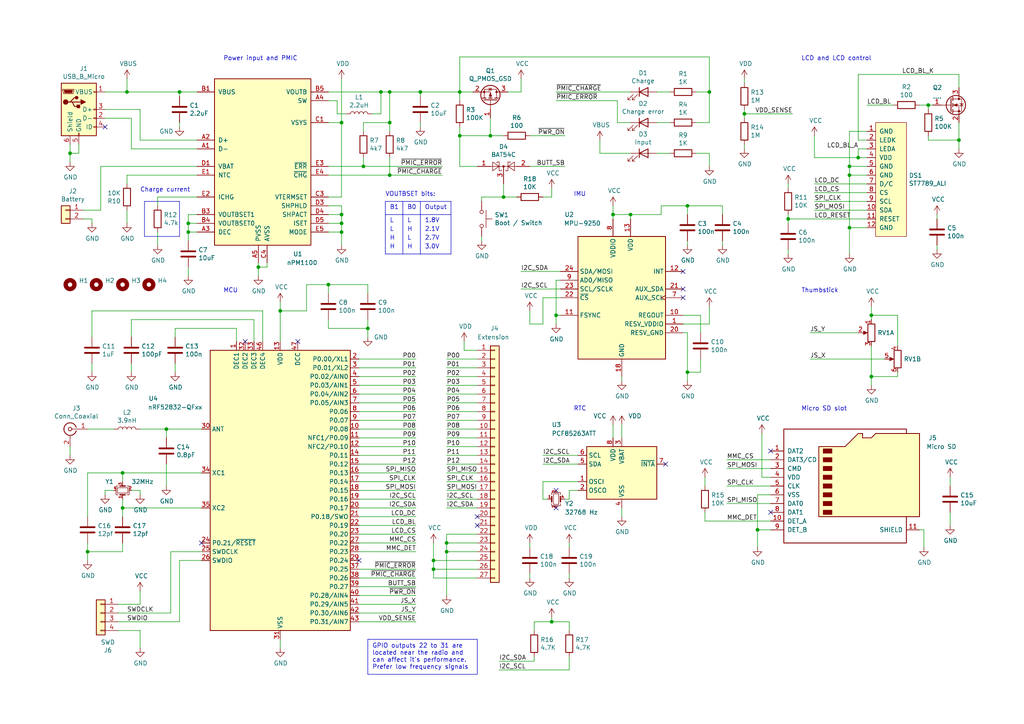
<source format=kicad_sch>
(kicad_sch (version 20231120) (generator "eeschema") (generator_version "8.0")
  (paper "A4")
  (title_block (title "CR-1") (date "2024-09-29") (rev "1.0a") (company "Cringe computers") (comment 1 "Re-exported from older Kicad file into a new repository"))
  (junction (at 129.54 160.02))
  (junction (at 99.06 35.56))
  (junction (at 129.54 157.48))
  (junction (at 99.06 64.77))
  (junction (at 133.35 26.67))
  (junction (at 54.61 67.31))
  (junction (at 278.13 40.64))
  (junction (at 52.07 26.67))
  (junction (at 146.05 57.15))
  (junction (at 133.35 39.37))
  (junction (at 252.73 109.22))
  (junction (at 113.03 35.56))
  (junction (at 99.06 67.31))
  (junction (at 113.03 26.67))
  (junction (at 74.93 77.47))
  (junction (at 215.9 33.02))
  (junction (at 246.38 50.8))
  (junction (at 110.49 26.67))
  (junction (at 35.56 137.16))
  (junction (at 161.29 91.44))
  (junction (at 177.8 62.23))
  (junction (at 99.06 62.23))
  (junction (at 160.02 180.34))
  (junction (at 48.26 124.46))
  (junction (at 219.71 153.67))
  (junction (at 113.03 50.8))
  (junction (at 106.68 95.25))
  (junction (at 20.32 44.45))
  (junction (at 248.92 45.72))
  (junction (at 252.73 91.44))
  (junction (at 269.24 30.48))
  (junction (at 246.38 48.26))
  (junction (at 228.6 63.5))
  (junction (at 199.39 107.95))
  (junction (at 25.4 160.02))
  (junction (at 142.24 39.37))
  (junction (at 121.92 26.67))
  (junction (at 205.74 26.67))
  (junction (at 125.73 162.56))
  (junction (at 182.88 62.23))
  (junction (at 199.39 59.69))
  (junction (at 54.61 64.77))
  (junction (at 125.73 165.1))
  (junction (at 105.41 48.26))
  (junction (at 36.83 26.67))
  (junction (at 35.56 147.32))
  (junction (at 81.28 90.17))
  (junction (at 95.25 82.55))
  (junction (at 246.38 66.04))
  (no_connect (at 30.48 36.83))
  (no_connect (at 223.52 148.59))
  (no_connect (at 161.29 142.24))
  (no_connect (at 223.52 130.81))
  (no_connect (at 86.36 99.06))
  (no_connect (at 138.43 152.4))
  (no_connect (at 71.12 99.06))
  (no_connect (at 198.12 86.36))
  (no_connect (at 138.43 149.86))
  (no_connect (at 58.42 157.48))
  (no_connect (at 104.14 162.56))
  (no_connect (at 198.12 78.74))
  (no_connect (at 161.29 147.32))
  (no_connect (at 193.04 134.62))
  (no_connect (at 198.12 83.82))
  (wire (pts (xy 278.13 25.4) (xy 278.13 21.59)))
  (wire (pts (xy 180.34 123.19) (xy 180.34 127)))
  (wire (pts (xy 161.29 91.44) (xy 161.29 81.28)))
  (wire (pts (xy 138.43 101.6) (xy 134.62 101.6)))
  (wire (pts (xy 113.03 35.56) (xy 113.03 38.1)))
  (wire (pts (xy 36.83 26.67) (xy 52.07 26.67)))
  (wire (pts (xy 99.06 22.86) (xy 99.06 35.56)))
  (wire (pts (xy 35.56 139.7) (xy 35.56 137.16)))
  (wire (pts (xy 29.21 48.26) (xy 29.21 60.96)))
  (wire (pts (xy 153.67 39.37) (xy 163.83 39.37)))
  (wire (pts (xy 246.38 48.26) (xy 246.38 50.8)))
  (wire (pts (xy 49.53 160.02) (xy 58.42 160.02)))
  (wire (pts (xy 138.43 139.7) (xy 129.54 139.7)))
  (wire (pts (xy 121.92 36.83) (xy 121.92 35.56)))
  (wire (pts (xy 113.03 50.8) (xy 128.27 50.8)))
  (wire (pts (xy 129.54 160.02) (xy 129.54 172.72)))
  (wire (pts (xy 20.32 46.99) (xy 20.32 44.45)))
  (wire (pts (xy 177.8 62.23) (xy 177.8 63.5)))
  (wire (pts (xy 138.43 119.38) (xy 129.54 119.38)))
  (wire (pts (xy 58.42 147.32) (xy 35.56 147.32)))
  (wire (pts (xy 104.14 152.4) (xy 120.65 152.4)))
  (wire (pts (xy 154.94 191.77) (xy 154.94 190.5)))
  (wire (pts (xy 125.73 157.48) (xy 125.73 162.56)))
  (polyline (pts (xy 52.07 58.42) (xy 41.91 58.42)))
  (wire (pts (xy 81.28 87.63) (xy 81.28 90.17)))
  (wire (pts (xy 95.25 48.26) (xy 105.41 48.26)))
  (wire (pts (xy 177.8 59.69) (xy 177.8 62.23)))
  (wire (pts (xy 248.92 43.18) (xy 248.92 45.72)))
  (wire (pts (xy 29.21 48.26) (xy 57.15 48.26)))
  (wire (pts (xy 34.29 180.34) (xy 52.07 180.34)))
  (wire (pts (xy 48.26 140.97) (xy 48.26 134.62)))
  (wire (pts (xy 146.05 57.15) (xy 146.05 53.34)))
  (wire (pts (xy 76.2 90.17) (xy 76.2 99.06)))
  (wire (pts (xy 30.48 143.51) (xy 30.48 142.24)))
  (wire (pts (xy 50.8 97.79) (xy 50.8 95.25)))
  (wire (pts (xy 138.43 165.1) (xy 125.73 165.1)))
  (wire (pts (xy 138.43 167.64) (xy 125.73 167.64)))
  (wire (pts (xy 180.34 110.49) (xy 180.34 109.22)))
  (wire (pts (xy 246.38 73.66) (xy 246.38 66.04)))
  (wire (pts (xy 138.43 147.32) (xy 129.54 147.32)))
  (wire (pts (xy 97.79 33.02) (xy 97.79 29.21)))
  (wire (pts (xy 215.9 33.02) (xy 229.87 33.02)))
  (wire (pts (xy 165.1 167.64) (xy 165.1 166.37)))
  (wire (pts (xy 95.25 26.67) (xy 110.49 26.67)))
  (wire (pts (xy 251.46 43.18) (xy 248.92 43.18)))
  (wire (pts (xy 236.22 60.96) (xy 251.46 60.96)))
  (wire (pts (xy 30.48 142.24) (xy 33.02 142.24)))
  (wire (pts (xy 104.14 132.08) (xy 120.65 132.08)))
  (wire (pts (xy 40.64 171.45) (xy 40.64 175.26)))
  (wire (pts (xy 38.1 43.18) (xy 38.1 34.29)))
  (wire (pts (xy 138.43 116.84) (xy 129.54 116.84)))
  (wire (pts (xy 25.4 137.16) (xy 25.4 149.86)))
  (wire (pts (xy 104.14 172.72) (xy 120.65 172.72)))
  (polyline (pts (xy 41.91 58.42) (xy 41.91 68.58)))
  (wire (pts (xy 204.47 148.59) (xy 204.47 151.13)))
  (wire (pts (xy 113.03 26.67) (xy 113.03 35.56)))
  (wire (pts (xy 40.64 142.24) (xy 38.1 142.24)))
  (wire (pts (xy 57.15 64.77) (xy 54.61 64.77)))
  (wire (pts (xy 252.73 88.9) (xy 252.73 91.44)))
  (wire (pts (xy 120.65 177.8) (xy 104.14 177.8)))
  (wire (pts (xy 260.35 100.33) (xy 260.35 91.44)))
  (wire (pts (xy 58.42 162.56) (xy 52.07 162.56)))
  (wire (pts (xy 138.43 127) (xy 129.54 127)))
  (wire (pts (xy 138.43 134.62) (xy 129.54 134.62)))
  (wire (pts (xy 138.43 121.92) (xy 129.54 121.92)))
  (wire (pts (xy 153.67 157.48) (xy 153.67 158.75)))
  (wire (pts (xy 173.99 44.45) (xy 173.99 40.64)))
  (wire (pts (xy 248.92 45.72) (xy 251.46 45.72)))
  (wire (pts (xy 77.47 77.47) (xy 77.47 76.2)))
  (wire (pts (xy 219.71 153.67) (xy 219.71 143.51)))
  (wire (pts (xy 99.06 59.69) (xy 95.25 59.69)))
  (wire (pts (xy 160.02 54.61) (xy 160.02 57.15)))
  (wire (pts (xy 228.6 64.77) (xy 228.6 63.5)))
  (wire (pts (xy 220.98 138.43) (xy 223.52 138.43)))
  (wire (pts (xy 220.98 125.73) (xy 220.98 138.43)))
  (polyline (pts (xy 138.43 195.58) (xy 106.68 195.58)) (stroke (width 0) (type solid)))
  (wire (pts (xy 54.61 69.85) (xy 54.61 67.31)))
  (wire (pts (xy 228.6 73.66) (xy 228.6 72.39)))
  (wire (pts (xy 104.14 109.22) (xy 120.65 109.22)))
  (wire (pts (xy 149.86 57.15) (xy 146.05 57.15)))
  (wire (pts (xy 26.67 107.95) (xy 26.67 105.41)))
  (wire (pts (xy 35.56 147.32) (xy 35.56 149.86)))
  (wire (pts (xy 190.5 26.67) (xy 194.31 26.67)))
  (wire (pts (xy 209.55 62.23) (xy 209.55 59.69)))
  (wire (pts (xy 29.21 60.96) (xy 24.13 60.96)))
  (wire (pts (xy 38.1 92.71) (xy 73.66 92.71)))
  (wire (pts (xy 210.82 135.89) (xy 223.52 135.89)))
  (wire (pts (xy 40.64 175.26) (xy 34.29 175.26)))
  (wire (pts (xy 104.14 160.02) (xy 120.65 160.02)))
  (wire (pts (xy 157.48 93.98) (xy 157.48 86.36)))
  (wire (pts (xy 199.39 110.49) (xy 199.39 107.95)))
  (wire (pts (xy 35.56 160.02) (xy 35.56 157.48)))
  (wire (pts (xy 205.74 88.9) (xy 205.74 93.98)))
  (wire (pts (xy 209.55 59.69) (xy 199.39 59.69)))
  (wire (pts (xy 22.86 44.45) (xy 20.32 44.45)))
  (wire (pts (xy 138.43 111.76) (xy 129.54 111.76)))
  (wire (pts (xy 138.43 104.14) (xy 129.54 104.14)))
  (wire (pts (xy 104.14 157.48) (xy 120.65 157.48)))
  (wire (pts (xy 248.92 40.64) (xy 248.92 21.59)))
  (wire (pts (xy 95.25 50.8) (xy 113.03 50.8)))
  (wire (pts (xy 182.88 44.45) (xy 173.99 44.45)))
  (wire (pts (xy 160.02 180.34) (xy 165.1 180.34)))
  (wire (pts (xy 138.43 132.08) (xy 129.54 132.08)))
  (wire (pts (xy 278.13 40.64) (xy 278.13 35.56)))
  (wire (pts (xy 25.4 160.02) (xy 35.56 160.02)))
  (wire (pts (xy 167.64 142.24) (xy 165.1 142.24)))
  (wire (pts (xy 209.55 71.12) (xy 209.55 69.85)))
  (wire (pts (xy 223.52 153.67) (xy 219.71 153.67)))
  (wire (pts (xy 269.24 39.37) (xy 269.24 40.64)))
  (wire (pts (xy 161.29 93.98) (xy 161.29 91.44)))
  (wire (pts (xy 203.2 104.14) (xy 203.2 107.95)))
  (wire (pts (xy 120.65 147.32) (xy 104.14 147.32)))
  (wire (pts (xy 74.93 77.47) (xy 77.47 77.47)))
  (wire (pts (xy 157.48 134.62) (xy 167.64 134.62)))
  (wire (pts (xy 160.02 179.07) (xy 160.02 180.34)))
  (wire (pts (xy 26.67 97.79) (xy 26.67 90.17)))
  (wire (pts (xy 194.31 35.56) (xy 190.5 35.56)))
  (wire (pts (xy 99.06 64.77) (xy 99.06 62.23)))
  (wire (pts (xy 25.4 160.02) (xy 25.4 157.48)))
  (wire (pts (xy 162.56 78.74) (xy 151.13 78.74)))
  (wire (pts (xy 160.02 180.34) (xy 154.94 180.34)))
  (wire (pts (xy 68.58 95.25) (xy 68.58 99.06)))
  (wire (pts (xy 256.54 104.14) (xy 234.95 104.14)))
  (wire (pts (xy 215.9 34.29) (xy 215.9 33.02)))
  (wire (pts (xy 99.06 67.31) (xy 99.06 64.77)))
  (wire (pts (xy 81.28 90.17) (xy 88.9 90.17)))
  (wire (pts (xy 104.14 134.62) (xy 120.65 134.62)))
  (wire (pts (xy 161.29 91.44) (xy 162.56 91.44)))
  (wire (pts (xy 104.14 124.46) (xy 120.65 124.46)))
  (wire (pts (xy 40.64 143.51) (xy 40.64 142.24)))
  (wire (pts (xy 252.73 109.22) (xy 260.35 109.22)))
  (wire (pts (xy 35.56 147.32) (xy 35.56 144.78)))
  (wire (pts (xy 133.35 29.21) (xy 133.35 26.67)))
  (wire (pts (xy 25.4 162.56) (xy 25.4 160.02)))
  (wire (pts (xy 24.13 63.5) (xy 26.67 63.5)))
  (wire (pts (xy 50.8 95.25) (xy 68.58 95.25)))
  (wire (pts (xy 104.14 121.92) (xy 120.65 121.92)))
  (wire (pts (xy 203.2 91.44) (xy 203.2 96.52)))
  (wire (pts (xy 40.64 187.96) (xy 40.64 182.88)))
  (wire (pts (xy 269.24 40.64) (xy 278.13 40.64)))
  (wire (pts (xy 153.67 93.98) (xy 153.67 90.17)))
  (wire (pts (xy 138.43 106.68) (xy 129.54 106.68)))
  (wire (pts (xy 246.38 48.26) (xy 246.38 38.1)))
  (wire (pts (xy 210.82 133.35) (xy 223.52 133.35)))
  (wire (pts (xy 167.64 132.08) (xy 157.48 132.08)))
  (wire (pts (xy 267.97 153.67) (xy 266.7 153.67)))
  (wire (pts (xy 161.29 29.21) (xy 179.07 29.21)))
  (wire (pts (xy 157.48 86.36) (xy 162.56 86.36)))
  (wire (pts (xy 138.43 162.56) (xy 125.73 162.56)))
  (polyline (pts (xy 121.92 58.42) (xy 121.92 73.66)) (stroke (width 0) (type solid)))
  (wire (pts (xy 129.54 154.94) (xy 129.54 157.48)))
  (wire (pts (xy 104.14 144.78) (xy 120.65 144.78)))
  (wire (pts (xy 161.29 26.67) (xy 182.88 26.67)))
  (wire (pts (xy 142.24 34.29) (xy 142.24 39.37)))
  (wire (pts (xy 139.7 57.15) (xy 146.05 57.15)))
  (wire (pts (xy 99.06 57.15) (xy 99.06 35.56)))
  (wire (pts (xy 269.24 30.48) (xy 270.51 30.48)))
  (wire (pts (xy 219.71 158.75) (xy 219.71 153.67)))
  (wire (pts (xy 52.07 27.94) (xy 52.07 26.67)))
  (wire (pts (xy 104.14 104.14) (xy 120.65 104.14)))
  (wire (pts (xy 104.14 167.64) (xy 120.65 167.64)))
  (wire (pts (xy 48.26 124.46) (xy 58.42 124.46)))
  (wire (pts (xy 99.06 71.12) (xy 99.06 67.31)))
  (wire (pts (xy 133.35 16.51) (xy 133.35 26.67)))
  (wire (pts (xy 106.68 95.25) (xy 95.25 95.25)))
  (wire (pts (xy 125.73 167.64) (xy 125.73 165.1)))
  (wire (pts (xy 133.35 48.26) (xy 133.35 39.37)))
  (wire (pts (xy 142.24 39.37) (xy 146.05 39.37)))
  (wire (pts (xy 165.1 144.78) (xy 163.83 144.78)))
  (wire (pts (xy 40.64 182.88) (xy 34.29 182.88)))
  (wire (pts (xy 162.56 83.82) (xy 151.13 83.82)))
  (wire (pts (xy 110.49 26.67) (xy 113.03 26.67)))
  (wire (pts (xy 36.83 64.77) (xy 36.83 60.96)))
  (wire (pts (xy 104.14 175.26) (xy 120.65 175.26)))
  (wire (pts (xy 45.72 59.69) (xy 45.72 57.15)))
  (polyline (pts (xy 41.91 68.58) (xy 52.07 68.58)))
  (wire (pts (xy 260.35 91.44) (xy 252.73 91.44)))
  (polyline (pts (xy 130.81 73.66) (xy 130.81 58.42)) (stroke (width 0) (type solid)))
  (polyline (pts (xy 111.76 58.42) (xy 111.76 73.66)) (stroke (width 0) (type solid)))
  (wire (pts (xy 25.4 124.46) (xy 33.02 124.46)))
  (wire (pts (xy 40.64 31.75) (xy 40.64 40.64)))
  (wire (pts (xy 20.32 44.45) (xy 20.32 41.91)))
  (wire (pts (xy 81.28 187.96) (xy 81.28 185.42)))
  (wire (pts (xy 38.1 43.18) (xy 57.15 43.18)))
  (wire (pts (xy 158.75 144.78) (xy 157.48 144.78)))
  (wire (pts (xy 259.08 30.48) (xy 251.46 30.48)))
  (polyline (pts (xy 111.76 62.23) (xy 130.81 62.23)) (stroke (width 0) (type solid)))
  (wire (pts (xy 236.22 55.88) (xy 251.46 55.88)))
  (wire (pts (xy 22.86 41.91) (xy 22.86 44.45)))
  (wire (pts (xy 278.13 43.18) (xy 278.13 40.64)))
  (wire (pts (xy 104.14 119.38) (xy 120.65 119.38)))
  (wire (pts (xy 110.49 33.02) (xy 110.49 26.67)))
  (wire (pts (xy 133.35 26.67) (xy 137.16 26.67)))
  (wire (pts (xy 205.74 35.56) (xy 205.74 26.67)))
  (wire (pts (xy 104.14 165.1) (xy 120.65 165.1)))
  (wire (pts (xy 120.65 170.18) (xy 104.14 170.18)))
  (wire (pts (xy 179.07 35.56) (xy 182.88 35.56)))
  (wire (pts (xy 121.92 27.94) (xy 121.92 26.67)))
  (wire (pts (xy 205.74 44.45) (xy 201.93 44.45)))
  (wire (pts (xy 30.48 31.75) (xy 40.64 31.75)))
  (wire (pts (xy 57.15 62.23) (xy 54.61 62.23)))
  (wire (pts (xy 105.41 45.72) (xy 105.41 48.26)))
  (wire (pts (xy 34.29 177.8) (xy 49.53 177.8)))
  (wire (pts (xy 165.1 180.34) (xy 165.1 182.88)))
  (wire (pts (xy 38.1 34.29) (xy 30.48 34.29)))
  (wire (pts (xy 165.1 194.31) (xy 165.1 190.5)))
  (wire (pts (xy 95.25 64.77) (xy 99.06 64.77)))
  (wire (pts (xy 199.39 59.69) (xy 191.77 59.69)))
  (wire (pts (xy 25.4 137.16) (xy 35.56 137.16)))
  (wire (pts (xy 40.64 40.64) (xy 57.15 40.64)))
  (wire (pts (xy 54.61 80.01) (xy 54.61 77.47)))
  (wire (pts (xy 104.14 114.3) (xy 120.65 114.3)))
  (wire (pts (xy 104.14 139.7) (xy 120.65 139.7)))
  (wire (pts (xy 48.26 127) (xy 48.26 124.46)))
  (polyline (pts (xy 138.43 185.42) (xy 138.43 195.58)) (stroke (width 0) (type solid)))
  (wire (pts (xy 191.77 62.23) (xy 182.88 62.23)))
  (wire (pts (xy 199.39 96.52) (xy 198.12 96.52)))
  (wire (pts (xy 88.9 82.55) (xy 95.25 82.55)))
  (polyline (pts (xy 52.07 68.58) (xy 52.07 58.42)))
  (wire (pts (xy 138.43 144.78) (xy 129.54 144.78)))
  (wire (pts (xy 138.43 129.54) (xy 129.54 129.54)))
  (wire (pts (xy 113.03 26.67) (xy 121.92 26.67)))
  (wire (pts (xy 26.67 63.5) (xy 26.67 64.77)))
  (wire (pts (xy 88.9 90.17) (xy 88.9 82.55)))
  (wire (pts (xy 95.25 62.23) (xy 99.06 62.23)))
  (wire (pts (xy 95.25 57.15) (xy 99.06 57.15)))
  (wire (pts (xy 269.24 31.75) (xy 269.24 30.48)))
  (wire (pts (xy 139.7 58.42) (xy 139.7 57.15)))
  (wire (pts (xy 205.74 26.67) (xy 201.93 26.67)))
  (wire (pts (xy 52.07 26.67) (xy 57.15 26.67)))
  (wire (pts (xy 236.22 39.37) (xy 236.22 45.72)))
  (wire (pts (xy 248.92 21.59) (xy 278.13 21.59)))
  (wire (pts (xy 215.9 43.18) (xy 215.9 41.91)))
  (wire (pts (xy 138.43 109.22) (xy 129.54 109.22)))
  (wire (pts (xy 134.62 101.6) (xy 134.62 99.06)))
  (wire (pts (xy 129.54 157.48) (xy 129.54 160.02)))
  (wire (pts (xy 252.73 109.22) (xy 252.73 100.33)))
  (wire (pts (xy 236.22 45.72) (xy 248.92 45.72)))
  (wire (pts (xy 139.7 69.85) (xy 139.7 68.58)))
  (wire (pts (xy 106.68 85.09) (xy 106.68 82.55)))
  (wire (pts (xy 157.48 139.7) (xy 157.48 144.78)))
  (wire (pts (xy 104.14 129.54) (xy 120.65 129.54)))
  (wire (pts (xy 271.78 72.39) (xy 271.78 71.12)))
  (wire (pts (xy 105.41 48.26) (xy 128.27 48.26)))
  (wire (pts (xy 153.67 167.64) (xy 153.67 166.37)))
  (polyline (pts (xy 106.68 185.42) (xy 138.43 185.42)) (stroke (width 0) (type solid)))
  (wire (pts (xy 138.43 137.16) (xy 129.54 137.16)))
  (wire (pts (xy 138.43 114.3) (xy 129.54 114.3)))
  (wire (pts (xy 199.39 71.12) (xy 199.39 69.85)))
  (wire (pts (xy 182.88 62.23) (xy 177.8 62.23)))
  (wire (pts (xy 57.15 67.31) (xy 54.61 67.31)))
  (wire (pts (xy 275.59 152.4) (xy 275.59 148.59)))
  (wire (pts (xy 182.88 63.5) (xy 182.88 62.23)))
  (wire (pts (xy 177.8 123.19) (xy 177.8 127)))
  (wire (pts (xy 36.83 22.86) (xy 36.83 26.67)))
  (wire (pts (xy 104.14 154.94) (xy 120.65 154.94)))
  (wire (pts (xy 246.38 66.04) (xy 251.46 66.04)))
  (wire (pts (xy 133.35 48.26) (xy 138.43 48.26)))
  (wire (pts (xy 49.53 177.8) (xy 49.53 160.02)))
  (wire (pts (xy 81.28 90.17) (xy 81.28 99.06)))
  (wire (pts (xy 157.48 139.7) (xy 167.64 139.7)))
  (wire (pts (xy 26.67 90.17) (xy 76.2 90.17)))
  (wire (pts (xy 74.93 80.01) (xy 74.93 77.47)))
  (wire (pts (xy 104.14 106.68) (xy 120.65 106.68)))
  (wire (pts (xy 246.38 50.8) (xy 251.46 50.8)))
  (wire (pts (xy 260.35 109.22) (xy 260.35 107.95)))
  (wire (pts (xy 180.34 149.86) (xy 180.34 147.32)))
  (wire (pts (xy 105.41 35.56) (xy 113.03 35.56)))
  (wire (pts (xy 45.72 57.15) (xy 57.15 57.15)))
  (wire (pts (xy 95.25 85.09) (xy 95.25 82.55)))
  (wire (pts (xy 205.74 16.51) (xy 205.74 26.67)))
  (wire (pts (xy 199.39 107.95) (xy 199.39 96.52)))
  (polyline (pts (xy 111.76 73.66) (xy 130.81 73.66)) (stroke (width 0) (type solid)))
  (wire (pts (xy 38.1 107.95) (xy 38.1 105.41)))
  (wire (pts (xy 215.9 22.86) (xy 215.9 24.13)))
  (wire (pts (xy 125.73 162.56) (xy 125.73 165.1)))
  (wire (pts (xy 35.56 137.16) (xy 58.42 137.16)))
  (wire (pts (xy 199.39 62.23) (xy 199.39 59.69)))
  (wire (pts (xy 54.61 67.31) (xy 54.61 64.77)))
  (wire (pts (xy 38.1 92.71) (xy 38.1 97.79)))
  (wire (pts (xy 95.25 67.31) (xy 99.06 67.31)))
  (wire (pts (xy 54.61 64.77) (xy 54.61 62.23)))
  (wire (pts (xy 121.92 26.67) (xy 133.35 26.67)))
  (wire (pts (xy 95.25 95.25) (xy 95.25 92.71)))
  (wire (pts (xy 215.9 33.02) (xy 215.9 31.75)))
  (wire (pts (xy 138.43 157.48) (xy 129.54 157.48)))
  (wire (pts (xy 52.07 162.56) (xy 52.07 180.34)))
  (wire (pts (xy 246.38 38.1) (xy 251.46 38.1)))
  (polyline (pts (xy 130.81 58.42) (xy 111.76 58.42)) (stroke (width 0) (type solid)))
  (wire (pts (xy 210.82 146.05) (xy 223.52 146.05)))
  (wire (pts (xy 95.25 35.56) (xy 99.06 35.56)))
  (wire (pts (xy 40.64 124.46) (xy 48.26 124.46)))
  (wire (pts (xy 252.73 91.44) (xy 252.73 92.71)))
  (wire (pts (xy 73.66 99.06) (xy 73.66 92.71)))
  (wire (pts (xy 251.46 48.26) (xy 246.38 48.26)))
  (wire (pts (xy 153.67 48.26) (xy 163.83 48.26)))
  (wire (pts (xy 219.71 143.51) (xy 223.52 143.51)))
  (wire (pts (xy 191.77 62.23) (xy 191.77 59.69)))
  (wire (pts (xy 204.47 151.13) (xy 223.52 151.13)))
  (wire (pts (xy 153.67 93.98) (xy 157.48 93.98)))
  (wire (pts (xy 100.33 33.02) (xy 97.79 33.02)))
  (wire (pts (xy 251.46 40.64) (xy 248.92 40.64)))
  (wire (pts (xy 228.6 53.34) (xy 228.6 54.61)))
  (wire (pts (xy 144.78 194.31) (xy 165.1 194.31)))
  (wire (pts (xy 104.14 111.76) (xy 120.65 111.76)))
  (wire (pts (xy 201.93 35.56) (xy 205.74 35.56)))
  (wire (pts (xy 198.12 91.44) (xy 203.2 91.44)))
  (wire (pts (xy 106.68 97.79) (xy 106.68 95.25)))
  (wire (pts (xy 104.14 137.16) (xy 120.65 137.16)))
  (wire (pts (xy 151.13 26.67) (xy 151.13 22.86)))
  (wire (pts (xy 74.93 77.47) (xy 74.93 76.2)))
  (polyline (pts (xy 106.68 195.58) (xy 106.68 185.42)) (stroke (width 0) (type solid)))
  (wire (pts (xy 246.38 66.04) (xy 246.38 50.8)))
  (wire (pts (xy 251.46 53.34) (xy 236.22 53.34)))
  (wire (pts (xy 275.59 138.43) (xy 275.59 140.97)))
  (wire (pts (xy 252.73 111.76) (xy 252.73 109.22)))
  (wire (pts (xy 106.68 95.25) (xy 106.68 92.71)))
  (polyline (pts (xy 116.84 58.42) (xy 116.84 73.66)) (stroke (width 0) (type solid)))
  (wire (pts (xy 104.14 127) (xy 120.65 127)))
  (wire (pts (xy 36.83 53.34) (xy 36.83 50.8)))
  (wire (pts (xy 113.03 45.72) (xy 113.03 50.8)))
  (wire (pts (xy 194.31 44.45) (xy 190.5 44.45)))
  (wire (pts (xy 105.41 38.1) (xy 105.41 35.56)))
  (wire (pts (xy 138.43 154.94) (xy 129.54 154.94)))
  (wire (pts (xy 107.95 33.02) (xy 110.49 33.02)))
  (wire (pts (xy 36.83 50.8) (xy 57.15 50.8)))
  (wire (pts (xy 271.78 62.23) (xy 271.78 63.5)))
  (wire (pts (xy 106.68 82.55) (xy 95.25 82.55)))
  (wire (pts (xy 228.6 63.5) (xy 228.6 62.23)))
  (wire (pts (xy 30.48 26.67) (xy 36.83 26.67)))
  (wire (pts (xy 205.74 16.51) (xy 133.35 16.51)))
  (wire (pts (xy 165.1 157.48) (xy 165.1 158.75)))
  (wire (pts (xy 204.47 138.43) (xy 204.47 140.97)))
  (wire (pts (xy 198.12 93.98) (xy 205.74 93.98)))
  (wire (pts (xy 154.94 191.77) (xy 144.78 191.77)))
  (wire (pts (xy 104.14 116.84) (xy 120.65 116.84)))
  (wire (pts (xy 210.82 140.97) (xy 223.52 140.97)))
  (wire (pts (xy 138.43 124.46) (xy 129.54 124.46)))
  (wire (pts (xy 133.35 36.83) (xy 133.35 39.37)))
  (wire (pts (xy 129.54 160.02) (xy 138.43 160.02)))
  (wire (pts (xy 269.24 30.48) (xy 266.7 30.48)))
  (wire (pts (xy 267.97 158.75) (xy 267.97 153.67)))
  (wire (pts (xy 165.1 142.24) (xy 165.1 144.78)))
  (wire (pts (xy 104.14 142.24) (xy 120.65 142.24)))
  (wire (pts (xy 151.13 26.67) (xy 147.32 26.67)))
  (wire (pts (xy 129.54 142.24) (xy 138.43 142.24)))
  (wire (pts (xy 52.07 36.83) (xy 52.07 35.56)))
  (wire (pts (xy 203.2 107.95) (xy 199.39 107.95)))
  (wire (pts (xy 50.8 107.95) (xy 50.8 105.41)))
  (wire (pts (xy 45.72 71.12) (xy 45.72 67.31)))
  (wire (pts (xy 248.92 96.52) (xy 234.95 96.52)))
  (wire (pts (xy 104.14 180.34) (xy 120.65 180.34)))
  (wire (pts (xy 179.07 29.21) (xy 179.07 35.56)))
  (wire (pts (xy 95.25 29.21) (xy 97.79 29.21)))
  (wire (pts (xy 251.46 63.5) (xy 228.6 63.5)))
  (wire (pts (xy 99.06 62.23) (xy 99.06 59.69)))
  (wire (pts (xy 205.74 48.26) (xy 205.74 44.45)))
  (wire (pts (xy 160.02 57.15) (xy 157.48 57.15)))
  (wire (pts (xy 20.32 132.08) (xy 20.32 129.54)))
  (wire (pts (xy 251.46 58.42) (xy 236.22 58.42)))
  (wire (pts (xy 133.35 39.37) (xy 142.24 39.37)))
  (wire (pts (xy 154.94 180.34) (xy 154.94 182.88)))
  (wire (pts (xy 161.29 81.28) (xy 162.56 81.28)))
  (wire (pts (xy 104.14 149.86) (xy 120.65 149.86)))
  (text "Micro SD slot" (at 232.41 119.38 0) (effects (font (size 1.27 1.27)) (justify left bottom)))
  (text "Power input and PMIC" (at 64.77 17.78 0) (effects (font (size 1.27 1.27)) (justify left bottom)))
  (text "IMU" (at 166.37 57.15 0) (effects (font (size 1.27 1.27)) (justify left bottom)))
  (text "GPIO outputs 22 to 31 are\nlocated near the radio and\ncan affect it's performance.\nPrefer low frequency signals" (at 107.95 194.31 0) (effects (font (size 1.27 1.27)) (justify left bottom)))
  (text "2.7V" (at 123.19 69.85 0) (effects (font (size 1.27 1.27)) (justify left bottom)))
  (text "3.0V" (at 123.19 72.39 0) (effects (font (size 1.27 1.27)) (justify left bottom)))
  (text "L" (at 113.03 64.77 0) (effects (font (size 1.27 1.27)) (justify left bottom)))
  (text "RTC" (at 166.37 119.38 0) (effects (font (size 1.27 1.27)) (justify left bottom)))
  (text "VOUTBSET bits:" (at 111.76 57.15 0) (effects (font (size 1.27 1.27)) (justify left bottom)))
  (text "B1\n" (at 113.03 60.96 0) (effects (font (size 1.27 1.27)) (justify left bottom)))
  (text "L" (at 113.03 67.31 0) (effects (font (size 1.27 1.27)) (justify left bottom)))
  (text "MCU" (at 64.77 85.09 0) (effects (font (size 1.27 1.27)) (justify left bottom)))
  (text "LCD and LCD control" (at 232.41 17.78 0) (effects (font (size 1.27 1.27)) (justify left bottom)))
  (text "H\n" (at 118.11 67.31 0) (effects (font (size 1.27 1.27)) (justify left bottom)))
  (text "2.1V" (at 123.19 67.31 0) (effects (font (size 1.27 1.27)) (justify left bottom)))
  (text "1.8V" (at 123.19 64.77 0) (effects (font (size 1.27 1.27)) (justify left bottom)))
  (text "H" (at 118.11 72.39 0) (effects (font (size 1.27 1.27)) (justify left bottom)))
  (text "Output\n" (at 123.19 60.96 0) (effects (font (size 1.27 1.27)) (justify left bottom)))
  (text "B0" (at 118.11 60.96 0) (effects (font (size 1.27 1.27)) (justify left bottom)))
  (text "L" (at 118.11 69.85 0) (effects (font (size 1.27 1.27)) (justify left bottom)))
  (text "Charge current" (at 40.64 55.88 0) (effects (font (size 1.27 1.27)) (justify left bottom)))
  (text "Thumbstick" (at 232.41 85.09 0) (effects (font (size 1.27 1.27)) (justify left bottom)))
  (text "L" (at 118.11 64.77 0) (effects (font (size 1.27 1.27)) (justify left bottom)))
  (text "H" (at 113.03 72.39 0) (effects (font (size 1.27 1.27)) (justify left bottom)))
  (text "H" (at 113.03 69.85 0) (effects (font (size 1.27 1.27)) (justify left bottom)))
  (label "SPI_MOSI" (at 210.82 135.89 0))
  (label "LCD_DC" (at 236.22 53.34 0))
  (label "MMC_DET" (at 210.82 151.13 0))
  (label "P06" (at 120.65 119.38 180))
  (label "P08" (at 129.54 124.46 0))
  (label "SWDIO" (at 36.83 180.34 0))
  (label "SPI_CLK" (at 236.22 58.42 0))
  (label "VDD_SENSE" (at 229.87 33.02 180))
  (label "SPI_CLK" (at 129.54 139.7 0))
  (label "SPI_MISO" (at 120.65 137.16 180))
  (label "JS_Y" (at 120.65 177.8 180))
  (label "~{PMIC_ERROR}" (at 128.27 48.26 180))
  (label "P09" (at 120.65 127 180))
  (label "JS_Y" (at 234.95 96.52 0))
  (label "~{PMIC_CHARGE}" (at 120.65 167.64 180))
  (label "LCD_BL" (at 120.65 152.4 180))
  (label "P12" (at 120.65 134.62 180))
  (label "SPI_MOSI" (at 236.22 60.96 0))
  (label "P11" (at 120.65 132.08 180))
  (label "SPI_CLK" (at 210.82 140.97 0))
  (label "I2C_SDA" (at 129.54 147.32 0))
  (label "P00" (at 129.54 104.14 0))
  (label "~{PMIC_ERROR}" (at 120.65 165.1 180))
  (label "I2C_SCL" (at 151.13 83.82 0))
  (label "P04" (at 129.54 114.3 0))
  (label "LCD_BL" (at 251.46 30.48 0))
  (label "SPI_MOSI" (at 129.54 142.24 0))
  (label "P09" (at 129.54 127 0))
  (label "MMC_DET" (at 120.65 160.02 180))
  (label "I2C_SCL" (at 144.78 194.31 0))
  (label "~{PMIC_ERROR}" (at 161.29 29.21 0))
  (label "P00" (at 120.65 104.14 180))
  (label "MMC_CS" (at 210.82 133.35 0))
  (label "P01" (at 120.65 106.68 180))
  (label "VDD_SENSE" (at 120.65 180.34 180))
  (label "I2C_SDA" (at 157.48 134.62 0))
  (label "LCD_BL_A" (at 248.92 43.18 180))
  (label "P03" (at 129.54 111.76 0))
  (label "P03" (at 120.65 111.76 180))
  (label "P07" (at 129.54 121.92 0))
  (label "P10" (at 120.65 129.54 180))
  (label "I2C_SDA" (at 120.65 147.32 180))
  (label "I2C_SCL" (at 129.54 144.78 0))
  (label "P07" (at 120.65 121.92 180))
  (label "P08" (at 120.65 124.46 180))
  (label "SPI_MISO" (at 210.82 146.05 0))
  (label "LCD_CS" (at 236.22 55.88 0))
  (label "~{PWR_ON}" (at 120.65 172.72 180))
  (label "MMC_CS" (at 120.65 157.48 180))
  (label "LCD_BL_K" (at 261.62 21.59 0))
  (label "I2C_SDA" (at 151.13 78.74 0))
  (label "P05" (at 129.54 116.84 0))
  (label "P12" (at 129.54 134.62 0))
  (label "JS_X" (at 234.95 104.14 0))
  (label "I2C_SDA" (at 144.78 191.77 0))
  (label "SPI_MOSI" (at 120.65 142.24 180))
  (label "LCD_RESET" (at 236.22 63.5 0))
  (label "BUTT_SB" (at 163.83 48.26 180))
  (label "P02" (at 120.65 109.22 180))
  (label "SWDCLK" (at 36.83 177.8 0))
  (label "~{PMIC_CHARGE}" (at 128.27 50.8 180))
  (label "P05" (at 120.65 116.84 180))
  (label "~{PWR_ON}" (at 163.83 39.37 180))
  (label "P06" (at 129.54 119.38 0))
  (label "I2C_SCL" (at 120.65 144.78 180))
  (label "P10" (at 129.54 129.54 0))
  (label "~{PMIC_CHARGE}" (at 161.29 26.67 0))
  (label "LCD_CS" (at 120.65 154.94 180))
  (label "I2C_SCL" (at 157.48 132.08 0))
  (label "P11" (at 129.54 132.08 0))
  (label "SPI_CLK" (at 120.65 139.7 180))
  (label "BUTT_SB" (at 120.65 170.18 180))
  (label "LCD_DC" (at 120.65 149.86 180))
  (label "JS_X" (at 120.65 175.26 180))
  (label "P02" (at 129.54 109.22 0))
  (label "P04" (at 120.65 114.3 180))
  (label "SPI_MISO" (at 129.54 137.16 0))
  (label "P01" (at 129.54 106.68 0))
  (symbol (lib_id "MCU_Nordic:nRF52832-QFxx") (at 81.28 142.24 0) (unit 1)
    (property "Reference" "U4" (at 44.45 115.57 0))
    (property "Value" "nRF52832-QFxx" (at 50.8 118.11 0))
    (property "Footprint" "Package_DFN_QFN:QFN-48-1EP_6x6mm_P0.4mm_EP4.6x4.6mm" (effects (hide yes)))
    (property "Datasheet" "http://infocenter.nordicsemi.com/pdf/nRF52832_PS_v1.4.pdf" (effects (hide yes)))
  )
  (symbol (lib_id "st7789_ali:ST7789_ALI") (at 256.54 41.91 0) (mirror y) (unit 1)
    (property "Reference" "DS1" (at 263.6012 50.9016 0) (effects (justify right)))
    (property "Value" "ST7789_ALI" (at 263.6012 53.213 0) (effects (justify right)))
    (property "Footprint" "st7789-ali:ST7789_ALI" (effects (hide yes)))
  )
  (symbol (lib_id "Connector:Micro_SD_Card_Det") (at 246.38 140.97 0) (unit 1)
    (property "Reference" "J5" (at 270.51 127 0))
    (property "Value" "Micro SD" (at 273.05 129.54 0))
    (property "Footprint" "Connector_Card:microSD_HC_Molex_104031-0811" (effects (hide yes)))
    (property "Datasheet" "https://www.hirose.com/product/en/download_file/key_name/DM3/category/Catalog/doc_file_id/49662/?file_category_id=4&item_id=195&is_series=1" (effects (hide yes)))
  )
  (symbol (lib_id "power:GND") (at 81.28 187.96 0) (unit 1)
    (property "Reference" "#PWR064" (effects (hide yes)))
    (property "Value" "GND" (at 81.407 192.3542 0))
  )
  (symbol (lib_id "power:GND") (at 246.38 73.66 0) (unit 1)
    (property "Reference" "#PWR024" (effects (hide yes)))
    (property "Value" "GND" (at 246.507 78.0542 0))
  )
  (symbol (lib_id "Device:R") (at 228.6 58.42 0) (unit 1)
    (property "Reference" "R11" (at 230.378 57.2516 0) (effects (justify left)))
    (property "Value" "10K" (at 230.378 59.563 0) (effects (justify left)))
    (property "Footprint" "Resistor_SMD:R_0603_1608Metric" (effects (hide yes)))
  )
  (symbol (lib_id "Device:C") (at 228.6 68.58 0) (unit 1)
    (property "Reference" "C6" (at 231.521 67.4116 0) (effects (justify left)))
    (property "Value" "100n" (at 231.521 69.723 0) (effects (justify left)))
    (property "Footprint" "Capacitor_SMD:C_0603_1608Metric" (effects (hide yes)))
  )
  (symbol (lib_id "power:GND") (at 228.6 73.66 0) (unit 1)
    (property "Reference" "#PWR023" (effects (hide yes)))
    (property "Value" "GND" (at 228.727 78.0542 0))
  )
  (symbol (lib_id "power:GND") (at 278.13 43.18 0) (unit 1)
    (property "Reference" "#PWR08" (effects (hide yes)))
    (property "Value" "GND" (at 278.257 47.5742 0))
  )
  (symbol (lib_id "Device:R") (at 269.24 35.56 0) (unit 1)
    (property "Reference" "R5" (at 271.018 34.3916 0) (effects (justify left)))
    (property "Value" "100K" (at 271.018 36.703 0) (effects (justify left)))
    (property "Footprint" "Resistor_SMD:R_0603_1608Metric" (effects (hide yes)))
  )
  (symbol (lib_id "Device:R") (at 262.89 30.48 270) (unit 1)
    (property "Reference" "R2" (at 262.89 25.2222 90))
    (property "Value" "100" (at 262.89 27.5336 90))
    (property "Footprint" "Resistor_SMD:R_0603_1608Metric" (effects (hide yes)))
  )
  (symbol (lib_id "Device:Crystal_GND24_Small") (at 35.56 142.24 90) (unit 1)
    (property "Reference" "Y1" (at 30.48 139.7 90) (effects (justify right)))
    (property "Value" "32MHz" (at 38.1 139.7 90) (effects (justify right)))
    (property "Footprint" "Crystal:Crystal_SMD_EuroQuartz_X22-4Pin_2.5x2.0mm" (effects (hide yes)))
  )
  (symbol (lib_id "Device:C") (at 25.4 153.67 0) (unit 1)
    (property "Reference" "C16" (at 28.321 152.5016 0) (effects (justify left)))
    (property "Value" "12pf" (at 28.321 154.813 0) (effects (justify left)))
    (property "Footprint" "Capacitor_SMD:C_0603_1608Metric" (effects (hide yes)))
  )
  (symbol (lib_id "Device:C") (at 35.56 153.67 0) (unit 1)
    (property "Reference" "C17" (at 38.481 152.5016 0) (effects (justify left)))
    (property "Value" "12pf" (at 38.481 154.813 0) (effects (justify left)))
    (property "Footprint" "Capacitor_SMD:C_0603_1608Metric" (effects (hide yes)))
  )
  (symbol (lib_id "power:GND") (at 25.4 162.56 0) (unit 1)
    (property "Reference" "#PWR057" (effects (hide yes)))
    (property "Value" "GND" (at 25.527 166.9542 0))
  )
  (symbol (lib_id "power:GND") (at 30.48 143.51 0) (unit 1)
    (property "Reference" "#PWR048" (effects (hide yes)))
    (property "Value" "GND" (at 30.607 147.9042 0))
  )
  (symbol (lib_id "power:GND") (at 40.64 143.51 0) (unit 1)
    (property "Reference" "#PWR049" (effects (hide yes)))
    (property "Value" "GND" (at 40.767 147.9042 0))
  )
  (symbol (lib_id "Connector_Generic:Conn_01x04") (at 29.21 177.8 0) (mirror y) (unit 1)
    (property "Reference" "J6" (at 31.2928 188.595 0))
    (property "Value" "SWD" (at 31.2928 186.2836 0))
    (property "Footprint" "Connector_PinHeader_2.54mm:PinHeader_1x04_P2.54mm_Vertical" (effects (hide yes)))
  )
  (symbol (lib_id "power:GND") (at 40.64 187.96 0) (unit 1)
    (property "Reference" "#PWR063" (effects (hide yes)))
    (property "Value" "GND" (at 40.767 192.3542 0))
  )
  (symbol (lib_id "Device:R_POT_Dual_Separate") (at 252.73 96.52 0) (mirror y) (unit 1)
    (property "Reference" "RV1" (at 254.508 96.52 0) (effects (justify right)))
    (property "Value" "Thumbstick" (effects (hide yes)))
    (property "Footprint" "mini-thumbstick:mini-thumbstick" (effects (hide yes)))
  )
  (symbol (lib_id "Mechanical:MountingHole") (at 20.32 82.55 0) (unit 1)
    (property "Reference" "H1" (at 22.86 81.3816 0) (effects (justify left)))
    (property "Value" "Mounting hole" (effects (hide yes)))
    (property "Footprint" "MountingHole:MountingHole_3.2mm_M3_ISO7380" (effects (hide yes)))
  )
  (symbol (lib_id "Mechanical:MountingHole") (at 27.94 82.55 0) (unit 1)
    (property "Reference" "H2" (at 30.48 81.3816 0) (effects (justify left)))
    (property "Value" "Mounting hole" (effects (hide yes)))
    (property "Footprint" "MountingHole:MountingHole_3.2mm_M3_ISO7380" (effects (hide yes)))
  )
  (symbol (lib_id "Mechanical:MountingHole") (at 35.56 82.55 0) (unit 1)
    (property "Reference" "H3" (at 38.1 81.3816 0) (effects (justify left)))
    (property "Value" "Mounting hole" (effects (hide yes)))
    (property "Footprint" "MountingHole:MountingHole_3.2mm_M3_ISO7380" (effects (hide yes)))
  )
  (symbol (lib_id "Mechanical:MountingHole") (at 43.18 82.55 0) (unit 1)
    (property "Reference" "H4" (at 45.72 81.3816 0) (effects (justify left)))
    (property "Value" "Mounting hole" (effects (hide yes)))
    (property "Footprint" "MountingHole:MountingHole_3.2mm_M3_ISO7380" (effects (hide yes)))
  )
  (symbol (lib_id "Device:R_POT_Dual_Separate") (at 260.35 104.14 0) (mirror y) (unit 2)
    (property "Reference" "RV1" (at 262.128 104.14 0) (effects (justify right)))
    (property "Value" "Thumbstick" (effects (hide yes)))
    (property "Footprint" "mini-thumbstick:mini-thumbstick" (effects (hide yes)))
  )
  (symbol (lib_id "Device:C") (at 26.67 101.6 0) (unit 1)
    (property "Reference" "C11" (at 29.591 100.4316 0) (effects (justify left)))
    (property "Value" "1uF" (at 29.591 102.743 0) (effects (justify left)))
    (property "Footprint" "Capacitor_SMD:C_0603_1608Metric" (effects (hide yes)))
  )
  (symbol (lib_id "Device:C") (at 38.1 101.6 0) (unit 1)
    (property "Reference" "C12" (at 41.021 100.4316 0) (effects (justify left)))
    (property "Value" "100pF" (at 41.021 102.743 0) (effects (justify left)))
    (property "Footprint" "Capacitor_SMD:C_0603_1608Metric" (effects (hide yes)))
  )
  (symbol (lib_id "Device:C") (at 50.8 101.6 0) (unit 1)
    (property "Reference" "C13" (at 53.721 100.4316 0) (effects (justify left)))
    (property "Value" "100n" (at 53.721 102.743 0) (effects (justify left)))
    (property "Footprint" "Capacitor_SMD:C_0603_1608Metric" (effects (hide yes)))
  )
  (symbol (lib_id "power:GND") (at 26.67 107.95 0) (unit 1)
    (property "Reference" "#PWR035" (effects (hide yes)))
    (property "Value" "GND" (at 26.797 112.3442 0))
  )
  (symbol (lib_id "power:GND") (at 38.1 107.95 0) (unit 1)
    (property "Reference" "#PWR036" (effects (hide yes)))
    (property "Value" "GND" (at 38.227 112.3442 0))
  )
  (symbol (lib_id "power:GND") (at 50.8 107.95 0) (unit 1)
    (property "Reference" "#PWR037" (effects (hide yes)))
    (property "Value" "GND" (at 50.927 112.3442 0))
  )
  (symbol (lib_id "Device:C") (at 153.67 162.56 0) (unit 1)
    (property "Reference" "C18" (at 156.591 161.3916 0) (effects (justify left)))
    (property "Value" "100n" (at 156.591 163.703 0) (effects (justify left)))
    (property "Footprint" "Capacitor_SMD:C_0603_1608Metric" (effects (hide yes)))
  )
  (symbol (lib_id "Device:C") (at 271.78 67.31 0) (unit 1)
    (property "Reference" "C5" (at 274.701 66.1416 0) (effects (justify left)))
    (property "Value" "100n" (at 274.701 68.453 0) (effects (justify left)))
    (property "Footprint" "Capacitor_SMD:C_0603_1608Metric" (effects (hide yes)))
  )
  (symbol (lib_id "power:VCC") (at 271.78 62.23 0) (unit 1)
    (property "Reference" "#PWR014" (effects (hide yes)))
    (property "Value" "VCC" (at 272.161 57.8358 0))
  )
  (symbol (lib_id "Device:C") (at 95.25 88.9 0) (unit 1)
    (property "Reference" "C8" (at 98.171 87.7316 0) (effects (justify left)))
    (property "Value" "100n" (at 98.171 90.043 0) (effects (justify left)))
    (property "Footprint" "Capacitor_SMD:C_0603_1608Metric" (effects (hide yes)))
  )
  (symbol (lib_id "power:GND") (at 271.78 72.39 0) (unit 1)
    (property "Reference" "#PWR022" (effects (hide yes)))
    (property "Value" "GND" (at 271.907 76.7842 0))
  )
  (symbol (lib_id "power:GND") (at 106.68 97.79 0) (unit 1)
    (property "Reference" "#PWR033" (effects (hide yes)))
    (property "Value" "GND" (at 110.49 97.79 0))
  )
  (symbol (lib_id "Device:C") (at 106.68 88.9 0) (unit 1)
    (property "Reference" "C9" (at 109.601 87.7316 0) (effects (justify left)))
    (property "Value" "100n" (at 109.601 90.043 0) (effects (justify left)))
    (property "Footprint" "Capacitor_SMD:C_0603_1608Metric" (effects (hide yes)))
  )
  (symbol (lib_id "Device:L") (at 36.83 124.46 90) (unit 1)
    (property "Reference" "L2" (at 36.83 119.634 90))
    (property "Value" "3.9nH" (at 36.83 121.9454 90))
    (property "Footprint" "Inductor_SMD:L_0603_1608Metric" (effects (hide yes)))
  )
  (symbol (lib_id "Device:C") (at 48.26 130.81 0) (unit 1)
    (property "Reference" "C14" (at 51.181 129.6416 0) (effects (justify left)))
    (property "Value" "0.8pF" (at 51.181 131.953 0) (effects (justify left)))
    (property "Footprint" "Capacitor_SMD:C_0603_1608Metric" (effects (hide yes)))
  )
  (symbol (lib_id "Connector:Conn_Coaxial") (at 20.32 124.46 0) (mirror y) (unit 1)
    (property "Reference" "J3" (at 22.1488 118.4148 0))
    (property "Value" "Conn_Coaxial" (at 22.1488 120.7262 0))
    (property "Footprint" "Connector_Coaxial:U.FL_Hirose_U.FL-R-SMT-1_Vertical" (effects (hide yes)))
    (property "Datasheet" " ~" (effects (hide yes)))
  )
  (symbol (lib_id "power:GND") (at 48.26 140.97 0) (unit 1)
    (property "Reference" "#PWR047" (effects (hide yes)))
    (property "Value" "GND" (at 48.387 145.3642 0))
  )
  (symbol (lib_id "power:GND") (at 26.67 64.77 0) (unit 1)
    (property "Reference" "#PWR015" (effects (hide yes)))
    (property "Value" "GND" (at 26.797 69.1642 0))
  )
  (symbol (lib_id "power:GND") (at 20.32 132.08 0) (unit 1)
    (property "Reference" "#PWR044" (effects (hide yes)))
    (property "Value" "GND" (at 20.447 136.4742 0))
  )
  (symbol (lib_id "power:GND") (at 153.67 167.64 0) (unit 1)
    (property "Reference" "#PWR058" (effects (hide yes)))
    (property "Value" "GND" (at 153.797 172.0342 0))
  )
  (symbol (lib_id "Device:R") (at 154.94 186.69 0) (unit 1)
    (property "Reference" "R16" (at 156.718 185.5216 0) (effects (justify left)))
    (property "Value" "4.7K" (at 156.718 187.833 0) (effects (justify left)))
    (property "Footprint" "Resistor_SMD:R_0603_1608Metric" (effects (hide yes)))
  )
  (symbol (lib_id "power:VCC") (at 275.59 138.43 0) (unit 1)
    (property "Reference" "#PWR046" (effects (hide yes)))
    (property "Value" "VCC" (at 275.971 134.0358 0))
  )
  (symbol (lib_id "power:GND") (at 252.73 111.76 0) (unit 1)
    (property "Reference" "#PWR040" (effects (hide yes)))
    (property "Value" "GND" (at 252.857 116.1542 0))
  )
  (symbol (lib_id "power:GND") (at 219.71 158.75 0) (unit 1)
    (property "Reference" "#PWR055" (effects (hide yes)))
    (property "Value" "GND" (at 219.837 163.1442 0))
  )
  (symbol (lib_id "Device:R") (at 204.47 144.78 0) (unit 1)
    (property "Reference" "R15" (at 206.248 143.6116 0) (effects (justify left)))
    (property "Value" "10K" (at 206.248 145.923 0) (effects (justify left)))
    (property "Footprint" "Resistor_SMD:R_0603_1608Metric" (effects (hide yes)))
  )
  (symbol (lib_id "power:GND") (at 267.97 158.75 0) (unit 1)
    (property "Reference" "#PWR056" (effects (hide yes)))
    (property "Value" "GND" (at 268.097 163.1442 0))
  )
  (symbol (lib_id "Device:C") (at 275.59 144.78 0) (unit 1)
    (property "Reference" "C15" (at 278.511 143.6116 0) (effects (justify left)))
    (property "Value" "10uF" (at 278.511 145.923 0) (effects (justify left)))
    (property "Footprint" "Capacitor_SMD:C_0603_1608Metric" (effects (hide yes)))
  )
  (symbol (lib_id "power:GND") (at 275.59 152.4 0) (unit 1)
    (property "Reference" "#PWR051" (effects (hide yes)))
    (property "Value" "GND" (at 275.717 156.7942 0))
  )
  (symbol (lib_id "npm1100:nPM1100") (at 62.23 20.32 0) (unit 1)
    (property "Reference" "U1" (at 86.36 73.66 0))
    (property "Value" "nPM1100" (at 87.63 76.2 0))
    (property "Footprint" "Package_CSP:ST_WLCSP-25_Die444" (effects (hide yes)))
    (property "Description" "Li-ion/Li-poly USB battery charger with buck regulator" (effects (hide yes)))
  )
  (symbol (lib_id "power:GND") (at 74.93 80.01 0) (unit 1)
    (property "Reference" "#PWR026" (effects (hide yes)))
    (property "Value" "GND" (at 75.057 84.4042 0))
  )
  (symbol (lib_id "power:GND") (at 99.06 71.12 0) (unit 1)
    (property "Reference" "#PWR019" (effects (hide yes)))
    (property "Value" "GND" (at 99.187 75.5142 0))
  )
  (symbol (lib_id "Device:R") (at 165.1 186.69 0) (unit 1)
    (property "Reference" "R17" (at 166.878 185.5216 0) (effects (justify left)))
    (property "Value" "4.7K" (at 166.878 187.833 0) (effects (justify left)))
    (property "Footprint" "Resistor_SMD:R_0603_1608Metric" (effects (hide yes)))
  )
  (symbol (lib_id "Device:C") (at 52.07 31.75 0) (unit 1)
    (property "Reference" "C1" (at 54.991 30.5816 0) (effects (justify left)))
    (property "Value" "2.2uF" (at 54.991 32.893 0) (effects (justify left)))
    (property "Footprint" "Capacitor_SMD:C_0603_1608Metric" (effects (hide yes)))
  )
  (symbol (lib_id "Device:LED") (at 186.69 26.67 0) (unit 1)
    (property "Reference" "D1" (at 186.5122 21.1582 0))
    (property "Value" "Charge" (at 186.5122 23.4696 0))
    (property "Footprint" "LED_SMD:LED_0603_1608Metric" (effects (hide yes)))
  )
  (symbol (lib_id "Device:LED") (at 186.69 35.56 0) (unit 1)
    (property "Reference" "D2" (at 186.5122 30.0482 0))
    (property "Value" "Charge error" (at 186.5122 32.3596 0))
    (property "Footprint" "LED_SMD:LED_0603_1608Metric" (effects (hide yes)))
  )
  (symbol (lib_id "power:GND") (at 52.07 36.83 0) (unit 1)
    (property "Reference" "#PWR04" (effects (hide yes)))
    (property "Value" "GND" (at 48.26 38.1 0))
  )
  (symbol (lib_id "power:VCC") (at 160.02 179.07 0) (unit 1)
    (property "Reference" "#PWR062" (effects (hide yes)))
    (property "Value" "VCC" (at 160.401 174.6758 0))
  )
  (symbol (lib_id "Device:L") (at 104.14 33.02 90) (unit 1)
    (property "Reference" "L1" (at 104.14 28.194 90))
    (property "Value" "2.2uH" (at 104.14 30.5054 90))
    (property "Footprint" "Inductor_SMD:L_0805_2012Metric" (effects (hide yes)))
  )
  (symbol (lib_id "Device:R") (at 198.12 26.67 270) (unit 1)
    (property "Reference" "R1" (at 198.12 21.4122 90))
    (property "Value" "1K" (at 198.12 23.7236 90))
    (property "Footprint" "Resistor_SMD:R_0603_1608Metric" (effects (hide yes)))
  )
  (symbol (lib_id "Device:R") (at 198.12 35.56 270) (unit 1)
    (property "Reference" "R4" (at 198.12 30.3022 90))
    (property "Value" "1K" (at 198.12 32.6136 90))
    (property "Footprint" "Resistor_SMD:R_0603_1608Metric" (effects (hide yes)))
  )
  (symbol (lib_id "Device:C") (at 121.92 31.75 0) (unit 1)
    (property "Reference" "C2" (at 124.841 30.5816 0) (effects (justify left)))
    (property "Value" "10uF" (at 124.841 32.893 0) (effects (justify left)))
    (property "Footprint" "Capacitor_SMD:C_0603_1608Metric" (effects (hide yes)))
  )
  (symbol (lib_id "power:GND") (at 121.92 36.83 0) (unit 1)
    (property "Reference" "#PWR05" (effects (hide yes)))
    (property "Value" "GND" (at 122.047 41.2242 0))
  )
  (symbol (lib_id "power:VBUS") (at 173.99 40.64 0) (unit 1)
    (property "Reference" "#PWR07" (effects (hide yes)))
    (property "Value" "VBUS" (at 174.371 36.2458 0))
  )
  (symbol (lib_id "Device:LED") (at 186.69 44.45 0) (unit 1)
    (property "Reference" "D3" (at 186.5122 38.9382 0))
    (property "Value" "Input" (at 186.5122 41.2496 0))
    (property "Footprint" "LED_SMD:LED_0603_1608Metric" (effects (hide yes)))
  )
  (symbol (lib_id "Device:R") (at 198.12 44.45 270) (unit 1)
    (property "Reference" "R9" (at 198.12 39.1922 90))
    (property "Value" "1K" (at 198.12 41.5036 90))
    (property "Footprint" "Resistor_SMD:R_0603_1608Metric" (effects (hide yes)))
  )
  (symbol (lib_id "power:GND") (at 205.74 48.26 0) (unit 1)
    (property "Reference" "#PWR010" (effects (hide yes)))
    (property "Value" "GND" (at 205.867 52.6542 0))
  )
  (symbol (lib_id "power:VDD") (at 99.06 22.86 0) (unit 1)
    (property "Reference" "#PWR02" (effects (hide yes)))
    (property "Value" "VDD" (at 99.441 18.4658 0))
  )
  (symbol (lib_id "Device:R") (at 45.72 63.5 0) (unit 1)
    (property "Reference" "R12" (at 47.498 62.3316 0) (effects (justify left)))
    (property "Value" "4.7k" (at 47.498 64.643 0) (effects (justify left)))
    (property "Footprint" "Resistor_SMD:R_0603_1608Metric" (effects (hide yes)))
  )
  (symbol (lib_id "Device:Crystal_GND23_Small") (at 161.29 144.78 0) (unit 1)
    (property "Reference" "Y2" (at 163.83 146.05 0) (effects (justify left)))
    (property "Value" "32768 Hz" (at 163.83 148.59 0) (effects (justify left)))
    (property "Footprint" "Crystal:Crystal_SMD_SeikoEpson_MC146-4Pin_6.7x1.5mm" (effects (hide yes)))
  )
  (symbol (lib_id "power:GND") (at 45.72 71.12 0) (unit 1)
    (property "Reference" "#PWR018" (effects (hide yes)))
    (property "Value" "GND" (at 45.847 75.5142 0))
  )
  (symbol (lib_id "Connector_Generic:Conn_01x02") (at 19.05 60.96 0) (mirror y) (unit 1)
    (property "Reference" "J2" (at 21.1328 55.4482 0))
    (property "Value" "Battery" (at 21.1328 57.7596 0))
    (property "Footprint" "Connector_JST:JST_PH_S2B-PH-K_1x02_P2.00mm_Horizontal" (effects (hide yes)))
  )
  (symbol (lib_id "Device:C") (at 54.61 73.66 0) (unit 1)
    (property "Reference" "C7" (at 57.531 72.4916 0) (effects (justify left)))
    (property "Value" "10uF" (at 57.531 74.803 0) (effects (justify left)))
    (property "Footprint" "Capacitor_SMD:C_0603_1608Metric" (effects (hide yes)))
  )
  (symbol (lib_id "Device:R") (at 36.83 57.15 180) (unit 1)
    (property "Reference" "R10" (at 35.052 58.3184 0) (effects (justify left)))
    (property "Value" "10K" (at 35.052 56.007 0) (effects (justify left)))
    (property "Footprint" "Resistor_SMD:R_0603_1608Metric" (effects (hide yes)))
  )
  (symbol (lib_id "power:GND") (at 54.61 80.01 0) (unit 1)
    (property "Reference" "#PWR025" (effects (hide yes)))
    (property "Value" "GND" (at 54.737 84.4042 0))
  )
  (symbol (lib_id "power:GND") (at 36.83 64.77 0) (unit 1)
    (property "Reference" "#PWR016" (effects (hide yes)))
    (property "Value" "GND" (at 36.957 69.1642 0))
  )
  (symbol (lib_id "Sensor_Motion:MPU-9250") (at 180.34 86.36 0) (unit 1)
    (property "Reference" "U2" (at 165.1 62.23 0))
    (property "Value" "MPU-9250" (at 168.91 64.77 0))
    (property "Footprint" "Sensor_Motion:InvenSense_QFN-24_3x3mm_P0.4mm" (effects (hide yes)))
    (property "Datasheet" "https://store.invensense.com/datasheets/invensense/MPU9250REV1.0.pdf" (effects (hide yes)))
  )
  (symbol (lib_id "power:VCC") (at 177.8 59.69 0) (unit 1)
    (property "Reference" "#PWR012" (effects (hide yes)))
    (property "Value" "VCC" (at 178.181 55.2958 0))
  )
  (symbol (lib_id "Connector:USB_B_Micro") (at 22.86 31.75 0) (unit 1)
    (property "Reference" "J1" (at 24.3078 19.8882 0))
    (property "Value" "USB_B_Micro" (at 24.3078 22.1996 0))
    (property "Footprint" "Connector_USB:USB_Micro-B_Wuerth_629105150521" (effects (hide yes)))
  )
  (symbol (lib_id "power:GND") (at 20.32 46.99 0) (unit 1)
    (property "Reference" "#PWR09" (effects (hide yes)))
    (property "Value" "GND" (at 20.447 51.3842 0))
  )
  (symbol (lib_id "power:GND") (at 129.54 172.72 0) (unit 1)
    (property "Reference" "#PWR061" (effects (hide yes)))
    (property "Value" "GND" (at 129.667 177.1142 0))
  )
  (symbol (lib_id "power:VCC") (at 125.73 157.48 0) (unit 1)
    (property "Reference" "#PWR052" (effects (hide yes)))
    (property "Value" "VCC" (at 126.111 153.0858 0))
  )
  (symbol (lib_id "Device:R") (at 105.41 41.91 0) (unit 1)
    (property "Reference" "R7" (at 107.188 40.7416 0) (effects (justify left)))
    (property "Value" "4k7" (at 107.188 43.053 0) (effects (justify left)))
    (property "Footprint" "Resistor_SMD:R_0603_1608Metric" (effects (hide yes)))
  )
  (symbol (lib_id "Device:R") (at 113.03 41.91 0) (unit 1)
    (property "Reference" "R8" (at 114.808 40.7416 0) (effects (justify left)))
    (property "Value" "4k7" (at 114.808 43.053 0) (effects (justify left)))
    (property "Footprint" "Resistor_SMD:R_0603_1608Metric" (effects (hide yes)))
  )
  (symbol (lib_id "power:VBUS") (at 36.83 22.86 0) (unit 1)
    (property "Reference" "#PWR01" (effects (hide yes)))
    (property "Value" "VBUS" (at 37.211 18.4658 0))
  )
  (symbol (lib_id "Device:Q_NMOS_GSD") (at 275.59 30.48 0) (unit 1)
    (property "Reference" "Q2" (at 270.51 25.4 0) (effects (justify left)))
    (property "Value" "...." (at 270.51 27.94 0) (effects (justify left)))
    (property "Footprint" "Package_TO_SOT_SMD:SOT-23" (effects (hide yes)))
  )
  (symbol (lib_id "Device:Q_PMOS_GSD") (at 142.24 29.21 270) (mirror x) (unit 1)
    (property "Reference" "Q1" (at 142.24 20.5232 90))
    (property "Value" "Q_PMOS_GSD" (at 142.24 22.8346 90))
    (property "Footprint" "Package_TO_SOT_SMD:SOT-23" (effects (hide yes)))
  )
  (symbol (lib_id "Device:R") (at 133.35 33.02 0) (unit 1)
    (property "Reference" "R3" (at 135.128 31.8516 0) (effects (justify left)))
    (property "Value" "100K" (at 135.128 34.163 0) (effects (justify left)))
    (property "Footprint" "Resistor_SMD:R_0603_1608Metric" (effects (hide yes)))
  )
  (symbol (lib_id "power:VCC") (at 228.6 53.34 0) (unit 1)
    (property "Reference" "#PWR011" (effects (hide yes)))
    (property "Value" "VCC" (at 228.981 48.9458 0))
  )
  (symbol (lib_id "power:GND") (at 139.7 69.85 0) (unit 1)
    (property "Reference" "#PWR013" (effects (hide yes)))
    (property "Value" "GND" (at 139.827 74.2442 0))
  )
  (symbol (lib_id "Switch:SW_Push") (at 139.7 63.5 270) (unit 1)
    (property "Reference" "SW1" (at 143.4592 62.3316 90) (effects (justify left)))
    (property "Value" "Boot / Switch" (at 143.4592 64.643 90) (effects (justify left)))
    (property "Footprint" "Button_Switch_SMD:SW_SPST_PTS645" (effects (hide yes)))
  )
  (symbol (lib_id "Device:R") (at 215.9 27.94 0) (unit 1)
    (property "Reference" "R13" (at 217.678 26.7716 0) (effects (justify left)))
    (property "Value" "1M" (at 217.678 29.083 0) (effects (justify left)))
    (property "Footprint" "Resistor_SMD:R_0603_1608Metric" (effects (hide yes)))
  )
  (symbol (lib_id "power:VDD") (at 215.9 22.86 0) (unit 1)
    (property "Reference" "#PWR017" (effects (hide yes)))
    (property "Value" "VDD" (at 216.281 18.4658 0))
  )
  (symbol (lib_id "power:VCC") (at 151.13 22.86 0) (unit 1)
    (property "Reference" "#PWR03" (effects (hide yes)))
    (property "Value" "VCC" (at 151.511 18.4658 0))
  )
  (symbol (lib_id "Device:R") (at 215.9 38.1 0) (unit 1)
    (property "Reference" "R14" (at 217.678 36.9316 0) (effects (justify left)))
    (property "Value" "1M" (at 217.678 39.243 0) (effects (justify left)))
    (property "Footprint" "Resistor_SMD:R_0603_1608Metric" (effects (hide yes)))
  )
  (symbol (lib_id "power:VCC") (at 252.73 88.9 0) (unit 1)
    (property "Reference" "#PWR030" (effects (hide yes)))
    (property "Value" "VCC" (at 253.111 84.5058 0))
  )
  (symbol (lib_id "power:GND") (at 215.9 43.18 0) (unit 1)
    (property "Reference" "#PWR027" (effects (hide yes)))
    (property "Value" "GND" (at 216.027 47.5742 0))
  )
  (symbol (lib_id "power:VCC") (at 236.22 39.37 0) (unit 1)
    (property "Reference" "#PWR06" (effects (hide yes)))
    (property "Value" "VCC" (at 236.601 34.9758 0))
  )
  (symbol (lib_id "power:VCC") (at 81.28 87.63 0) (unit 1)
    (property "Reference" "#PWR028" (effects (hide yes)))
    (property "Value" "VCC" (at 81.661 83.2358 0))
  )
  (symbol (lib_id "power:VCC") (at 204.47 138.43 0) (unit 1)
    (property "Reference" "#PWR045" (effects (hide yes)))
    (property "Value" "VCC" (at 204.851 134.0358 0))
  )
  (symbol (lib_id "power:VCC") (at 220.98 125.73 0) (unit 1)
    (property "Reference" "#PWR043" (effects (hide yes)))
    (property "Value" "VCC" (at 221.361 121.3358 0))
  )
  (symbol (lib_id "power:GND") (at 180.34 110.49 0) (unit 1)
    (property "Reference" "#PWR038" (effects (hide yes)))
    (property "Value" "GND" (at 180.467 114.8842 0))
  )
  (symbol (lib_id "power:GND") (at 161.29 93.98 0) (unit 1)
    (property "Reference" "#PWR032" (effects (hide yes)))
    (property "Value" "GND" (at 161.417 98.3742 0))
  )
  (symbol (lib_id "power:VCC") (at 153.67 90.17 0) (unit 1)
    (property "Reference" "#PWR031" (effects (hide yes)))
    (property "Value" "VCC" (at 154.051 85.7758 0))
  )
  (symbol (lib_id "Device:C") (at 199.39 66.04 0) (unit 1)
    (property "Reference" "C3" (at 202.311 64.8716 0) (effects (justify left)))
    (property "Value" "100n" (at 202.311 67.183 0) (effects (justify left)))
    (property "Footprint" "Capacitor_SMD:C_0603_1608Metric" (effects (hide yes)))
  )
  (symbol (lib_id "power:GND") (at 199.39 71.12 0) (unit 1)
    (property "Reference" "#PWR020" (effects (hide yes)))
    (property "Value" "GND" (at 199.517 75.5142 0))
  )
  (symbol (lib_id "power:VCC") (at 205.74 88.9 0) (unit 1)
    (property "Reference" "#PWR029" (effects (hide yes)))
    (property "Value" "VCC" (at 206.121 84.5058 0))
  )
  (symbol (lib_id "Connector_Generic:Conn_01x27") (at 143.51 134.62 0) (unit 1)
    (property "Reference" "J4" (at 142.24 95.25 0) (effects (justify left)))
    (property "Value" "Extension" (at 138.43 97.79 0) (effects (justify left)))
    (property "Footprint" "Connector_PinHeader_2.54mm:PinHeader_1x27_P2.54mm_Vertical" (effects (hide yes)))
  )
  (symbol (lib_id "Device:R") (at 149.86 39.37 270) (unit 1)
    (property "Reference" "R6" (at 149.86 34.1122 90))
    (property "Value" "100" (at 149.86 36.4236 90))
    (property "Footprint" "Resistor_SMD:R_0603_1608Metric" (effects (hide yes)))
  )
  (symbol (lib_id "Timer_RTC:PCF85263ATT") (at 180.34 137.16 0) (unit 1)
    (property "Reference" "U3" (at 160.02 123.19 0) (effects (justify left)))
    (property "Value" "PCF85263ATT" (at 160.02 125.73 0) (effects (justify left)))
    (property "Footprint" "Package_SO:TSSOP-8_3x3mm_P0.65mm" (effects (hide yes)))
    (property "Datasheet" "https://www.nxp.com/docs/en/data-sheet/PCF85263A.pdf" (effects (hide yes)))
  )
  (symbol (lib_id "power:VCC") (at 177.8 123.19 0) (unit 1)
    (property "Reference" "#PWR041" (effects (hide yes)))
    (property "Value" "VCC" (at 173.99 120.65 0))
  )
  (symbol (lib_id "Diode:BAT54C") (at 146.05 48.26 0) (unit 1)
    (property "Reference" "D4" (at 146.05 42.545 0))
    (property "Value" "BAT54C" (at 146.05 44.8564 0))
    (property "Footprint" "Package_TO_SOT_SMD:SOT-23" (effects (hide yes)))
    (property "Datasheet" "http://www.diodes.com/_files/datasheets/ds11005.pdf" (effects (hide yes)))
  )
  (symbol (lib_id "power:VDD") (at 180.34 123.19 0) (unit 1)
    (property "Reference" "#PWR042" (effects (hide yes)))
    (property "Value" "VDD" (at 184.15 120.65 0))
  )
  (symbol (lib_id "power:VCC") (at 165.1 157.48 0) (unit 1)
    (property "Reference" "#PWR054" (effects (hide yes)))
    (property "Value" "VCC" (at 165.481 153.0858 0))
  )
  (symbol (lib_id "power:VDD") (at 153.67 157.48 0) (unit 1)
    (property "Reference" "#PWR053" (effects (hide yes)))
    (property "Value" "VDD" (at 154.051 153.0858 0))
  )
  (symbol (lib_id "power:GND") (at 180.34 149.86 0) (unit 1)
    (property "Reference" "#PWR050" (effects (hide yes)))
    (property "Value" "GND" (at 180.467 154.2542 0))
  )
  (symbol (lib_id "Device:C") (at 165.1 162.56 0) (unit 1)
    (property "Reference" "C19" (at 168.021 161.3916 0) (effects (justify left)))
    (property "Value" "100n" (at 168.021 163.703 0) (effects (justify left)))
    (property "Footprint" "Capacitor_SMD:C_0603_1608Metric" (effects (hide yes)))
  )
  (symbol (lib_id "Device:C") (at 203.2 100.33 0) (unit 1)
    (property "Reference" "C10" (at 206.121 99.1616 0) (effects (justify left)))
    (property "Value" "100n" (at 206.121 101.473 0) (effects (justify left)))
    (property "Footprint" "Capacitor_SMD:C_0603_1608Metric" (effects (hide yes)))
  )
  (symbol (lib_id "power:GND") (at 199.39 110.49 0) (unit 1)
    (property "Reference" "#PWR039" (effects (hide yes)))
    (property "Value" "GND" (at 199.517 114.8842 0))
  )
  (symbol (lib_id "Device:R") (at 153.67 57.15 270) (unit 1)
    (property "Reference" "R18" (at 153.67 51.8922 90))
    (property "Value" "10K" (at 153.67 54.2036 90))
    (property "Footprint" "Resistor_SMD:R_0603_1608Metric" (effects (hide yes)))
  )
  (symbol (lib_id "power:VCC") (at 160.02 54.61 0) (unit 1)
    (property "Reference" "#PWR0101" (effects (hide yes)))
    (property "Value" "VCC" (at 160.401 50.2158 0))
  )
  (symbol (lib_id "Device:C") (at 209.55 66.04 0) (unit 1)
    (property "Reference" "C4" (at 212.471 64.8716 0) (effects (justify left)))
    (property "Value" "100n" (at 212.471 67.183 0) (effects (justify left)))
    (property "Footprint" "Capacitor_SMD:C_0603_1608Metric" (effects (hide yes)))
  )
  (symbol (lib_id "power:GND") (at 165.1 167.64 0) (unit 1)
    (property "Reference" "#PWR059" (effects (hide yes)))
    (property "Value" "GND" (at 165.227 172.0342 0))
  )
  (symbol (lib_id "power:GND") (at 209.55 71.12 0) (unit 1)
    (property "Reference" "#PWR021" (effects (hide yes)))
    (property "Value" "GND" (at 209.677 75.5142 0))
  )
  (symbol (lib_id "power:VDD") (at 134.62 99.06 0) (unit 1)
    (property "Reference" "#PWR034" (effects (hide yes)))
    (property "Value" "VDD" (at 135.001 94.6658 0))
  )
  (symbol (lib_id "power:VCC") (at 40.64 171.45 0) (unit 1)
    (property "Reference" "#PWR060" (effects (hide yes)))
    (property "Value" "VCC" (at 41.021 167.0558 0))
  )
)
</source>
